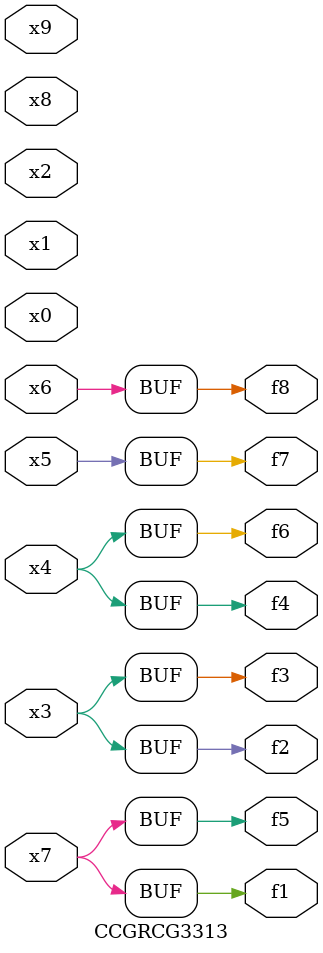
<source format=v>
module CCGRCG3313(
	input x0, x1, x2, x3, x4, x5, x6, x7, x8, x9,
	output f1, f2, f3, f4, f5, f6, f7, f8
);
	assign f1 = x7;
	assign f2 = x3;
	assign f3 = x3;
	assign f4 = x4;
	assign f5 = x7;
	assign f6 = x4;
	assign f7 = x5;
	assign f8 = x6;
endmodule

</source>
